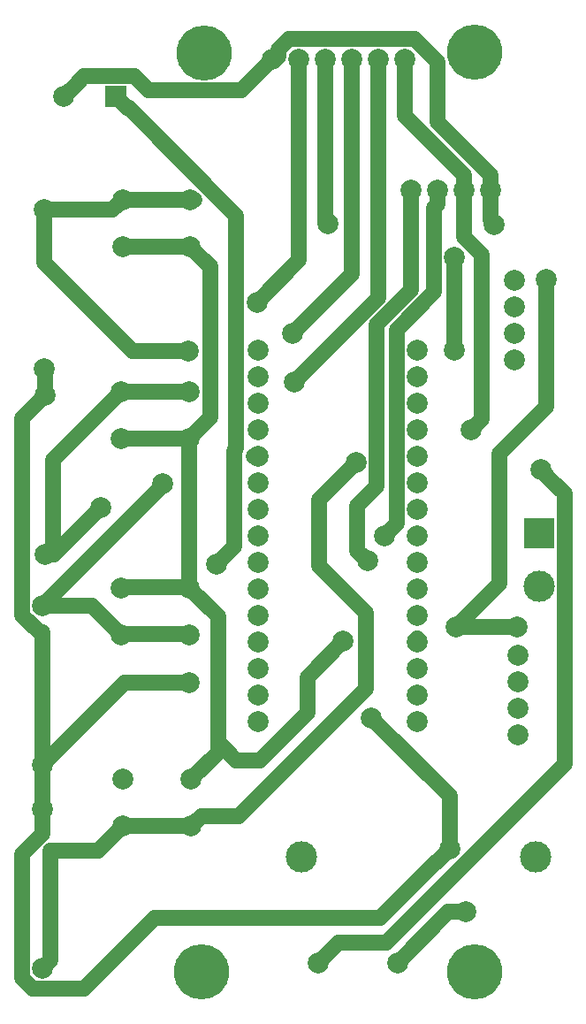
<source format=gbr>
G04 #@! TF.GenerationSoftware,KiCad,Pcbnew,(5.1.4)-1*
G04 #@! TF.CreationDate,2021-04-19T09:57:21-05:00*
G04 #@! TF.ProjectId,compactacion,636f6d70-6163-4746-9163-696f6e2e6b69,rev?*
G04 #@! TF.SameCoordinates,Original*
G04 #@! TF.FileFunction,Copper,L1,Top*
G04 #@! TF.FilePolarity,Positive*
%FSLAX46Y46*%
G04 Gerber Fmt 4.6, Leading zero omitted, Abs format (unit mm)*
G04 Created by KiCad (PCBNEW (5.1.4)-1) date 2021-04-19 09:57:21*
%MOMM*%
%LPD*%
G04 APERTURE LIST*
%ADD10C,2.000000*%
%ADD11C,3.000000*%
%ADD12R,3.000000X3.000000*%
%ADD13R,2.000000X2.000000*%
%ADD14C,5.280000*%
%ADD15C,1.500000*%
G04 APERTURE END LIST*
D10*
X48200000Y61250000D03*
X48200000Y63790000D03*
X48200000Y66330000D03*
X48200000Y68870000D03*
X48500000Y32920000D03*
X48500000Y30380000D03*
X48500000Y27840000D03*
X48500000Y25300000D03*
D11*
X27750000Y13650000D03*
X50250000Y13650000D03*
D10*
X45900000Y77500000D03*
X43360000Y77500000D03*
X40820000Y77500000D03*
X38280000Y77500000D03*
X23600000Y26600000D03*
X38840000Y59620000D03*
X23600000Y29140000D03*
X38840000Y57080000D03*
X23600000Y31680000D03*
X38840000Y54540000D03*
X23600000Y34220000D03*
X38840000Y52000000D03*
X23600000Y36760000D03*
X38840000Y49460000D03*
X23600000Y39300000D03*
X38840000Y46920000D03*
X23600000Y41840000D03*
X38840000Y44380000D03*
X23600000Y44380000D03*
X38840000Y41840000D03*
X23600000Y46920000D03*
X38840000Y39300000D03*
X23600000Y49460000D03*
X38840000Y36760000D03*
X23600000Y52000000D03*
X38840000Y34220000D03*
X23600000Y54540000D03*
X38840000Y31680000D03*
X23600000Y57080000D03*
X38840000Y29140000D03*
X23600000Y59620000D03*
X38840000Y26600000D03*
X23600000Y62160000D03*
X38840000Y62160000D03*
D12*
X50550000Y44600000D03*
D11*
X50550000Y39520000D03*
D10*
X3200000Y57790000D03*
X3200000Y42550000D03*
X3000000Y37700000D03*
X3000000Y22460000D03*
X2950000Y18200000D03*
X2950000Y2960000D03*
X29400000Y3500000D03*
X37020000Y3500000D03*
D13*
X10000000Y86400000D03*
D10*
X5000000Y86400000D03*
X3150000Y75600000D03*
X3150000Y60360000D03*
X17150000Y76550000D03*
X17150000Y72050000D03*
X10650000Y76550000D03*
X10650000Y72050000D03*
X10550000Y53700000D03*
X10550000Y58200000D03*
X17050000Y53700000D03*
X17050000Y58200000D03*
X10550000Y34900000D03*
X10550000Y39400000D03*
X17050000Y34900000D03*
X17050000Y39400000D03*
X17200000Y21050000D03*
X17200000Y16550000D03*
X10700000Y21050000D03*
X10700000Y16550000D03*
X25000000Y90000000D03*
X27540000Y90000000D03*
X30080000Y90000000D03*
X32620000Y90000000D03*
X35160000Y90000000D03*
X37700000Y90000000D03*
D14*
X44400000Y2600000D03*
X18250000Y2650000D03*
X18450000Y90600000D03*
X44400000Y90700000D03*
D10*
X34500000Y26950000D03*
X42000000Y14400000D03*
X17050000Y30300000D03*
X46250000Y74200000D03*
X35700000Y44350000D03*
X34100000Y41950000D03*
X8600000Y47100000D03*
X31800000Y34250000D03*
X51250000Y68900000D03*
X42600000Y35650000D03*
X48450000Y35650000D03*
X27100000Y59100000D03*
X26950000Y63750000D03*
X44050000Y54500000D03*
X23550000Y66750000D03*
X42450000Y71000000D03*
X30300000Y74250000D03*
X42450000Y62150000D03*
X43500000Y8350000D03*
X14500000Y49350000D03*
X16950000Y62050000D03*
X33050000Y51400000D03*
X19650000Y41650000D03*
X50700000Y50700000D03*
D15*
X2950000Y22410000D02*
X3000000Y22460000D01*
X2950000Y18200000D02*
X2950000Y22410000D01*
X3200000Y60310000D02*
X3150000Y60360000D01*
X3200000Y57790000D02*
X3200000Y60310000D01*
X2400001Y56990001D02*
X3200000Y57790000D01*
X1249999Y55839999D02*
X2400001Y56990001D01*
X3000000Y22460000D02*
X3000000Y35109998D01*
X46050000Y77350000D02*
X45900000Y77500000D01*
X2200001Y56790001D02*
X3200000Y57790000D01*
X1049999Y55639999D02*
X2200001Y56790001D01*
X1049999Y36763999D02*
X1049999Y55639999D01*
X2704000Y35109998D02*
X1049999Y36763999D01*
X3000000Y35109998D02*
X2704000Y35109998D01*
X5999999Y87399999D02*
X5000000Y86400000D01*
X6950001Y88350001D02*
X5999999Y87399999D01*
X11760001Y88350001D02*
X6950001Y88350001D01*
X13100003Y87009999D02*
X11760001Y88350001D01*
X22009999Y87009999D02*
X13100003Y87009999D01*
X25000000Y90000000D02*
X22009999Y87009999D01*
X45900000Y78914213D02*
X45900000Y77500000D01*
X40809999Y84004214D02*
X45900000Y78914213D01*
X40809999Y89776003D02*
X40809999Y84004214D01*
X38636001Y91950001D02*
X40809999Y89776003D01*
X26603999Y91950001D02*
X38636001Y91950001D01*
X25589999Y90936001D02*
X26603999Y91950001D01*
X25589999Y90289999D02*
X25589999Y90936001D01*
X25300000Y90000000D02*
X25589999Y90289999D01*
X25000000Y90000000D02*
X25300000Y90000000D01*
X45900000Y74550000D02*
X46250000Y74200000D01*
X45900000Y77500000D02*
X45900000Y74550000D01*
X10840000Y30300000D02*
X3000000Y22460000D01*
X17050000Y30300000D02*
X10840000Y30300000D01*
X2013999Y1009999D02*
X6959999Y1009999D01*
X999999Y2023999D02*
X2013999Y1009999D01*
X999999Y13854176D02*
X999999Y2023999D01*
X2950000Y18200000D02*
X2950000Y15804177D01*
X2950000Y15804177D02*
X999999Y13854176D01*
X6959999Y1009999D02*
X13700000Y7750000D01*
X13700000Y7750000D02*
X35300000Y7750000D01*
X40650001Y13100001D02*
X35300000Y7750000D01*
X40700001Y13100001D02*
X40650001Y13100001D01*
X42000000Y14400000D02*
X40700001Y13100001D01*
X42000000Y19450000D02*
X34500000Y26950000D01*
X42000000Y14400000D02*
X42000000Y19450000D01*
X40820000Y76085787D02*
X40820000Y77500000D01*
X40499999Y75765786D02*
X40820000Y76085787D01*
X40499999Y67691646D02*
X40499999Y75765786D01*
X36889999Y64081646D02*
X40499999Y67691646D01*
X36889999Y45539999D02*
X36889999Y64081646D01*
X35700000Y44350000D02*
X36889999Y45539999D01*
X33100001Y42949999D02*
X34100000Y41950000D01*
X33100001Y47200001D02*
X33100001Y42949999D01*
X35000001Y49100001D02*
X33100001Y47200001D01*
X35000001Y64595824D02*
X35000001Y49100001D01*
X38280000Y67875823D02*
X35000001Y64595824D01*
X38280000Y77500000D02*
X38280000Y67875823D01*
X9550001Y57200001D02*
X10550000Y58200000D01*
X3999999Y51649999D02*
X9550001Y57200001D01*
X3999999Y43349999D02*
X3999999Y51649999D01*
X3200000Y42550000D02*
X3999999Y43349999D01*
X10550000Y58200000D02*
X17050000Y58200000D01*
X23600000Y52000000D02*
X23250000Y52000000D01*
X4050000Y42550000D02*
X8600000Y47100000D01*
X3200000Y42550000D02*
X4050000Y42550000D01*
X17000000Y39450000D02*
X10500000Y39450000D01*
X10550000Y53700000D02*
X17050000Y53700000D01*
X10650000Y72050000D02*
X17150000Y72050000D01*
X38840000Y34220000D02*
X38840000Y34540000D01*
X42600000Y35650000D02*
X48450000Y35650000D01*
X46750009Y39800009D02*
X42600000Y35650000D01*
X46750009Y52250009D02*
X46750009Y39800009D01*
X51250000Y56750000D02*
X48975000Y54475000D01*
X51250000Y68900000D02*
X51250000Y56750000D01*
X48975000Y54475000D02*
X46750009Y52250009D01*
X19800000Y30735787D02*
X19800000Y24600000D01*
X21550000Y22850000D02*
X23800000Y22850000D01*
X19800000Y24600000D02*
X21550000Y22850000D01*
X23800000Y22850000D02*
X28400000Y27450000D01*
X28400000Y30850000D02*
X31800000Y34250000D01*
X28400000Y27450000D02*
X28400000Y30850000D01*
X19800000Y23650000D02*
X19800000Y24600000D01*
X17200000Y21050000D02*
X19800000Y23650000D01*
X19800000Y36650000D02*
X19800000Y30735787D01*
X17050000Y39400000D02*
X19800000Y36650000D01*
X17050000Y39400000D02*
X17050000Y53700000D01*
X18149999Y71050001D02*
X17150000Y72050000D01*
X19050000Y70150000D02*
X18149999Y71050001D01*
X19050000Y55700000D02*
X19050000Y70150000D01*
X17050000Y53700000D02*
X19050000Y55700000D01*
X35160000Y67160000D02*
X35160000Y90000000D01*
X27100000Y59100000D02*
X35160000Y67160000D01*
X32620000Y69420000D02*
X32620000Y90000000D01*
X26950000Y63750000D02*
X32620000Y69420000D01*
X37700000Y88585787D02*
X37700000Y90000000D01*
X37700000Y84574213D02*
X37700000Y88585787D01*
X43360000Y78914213D02*
X37700000Y84574213D01*
X43360000Y77500000D02*
X43360000Y78914213D01*
X45049999Y55499999D02*
X44050000Y54500000D01*
X45049999Y71286003D02*
X45049999Y55499999D01*
X43360000Y72976002D02*
X45049999Y71286003D01*
X43360000Y77500000D02*
X43360000Y72976002D01*
X27540000Y70740000D02*
X23550000Y66750000D01*
X27540000Y90000000D02*
X27540000Y70740000D01*
X30080000Y74470000D02*
X30300000Y74250000D01*
X30080000Y90000000D02*
X30080000Y74470000D01*
X42450000Y71000000D02*
X42450000Y62150000D01*
X41870000Y8350000D02*
X37020000Y3500000D01*
X43500000Y8350000D02*
X41870000Y8350000D01*
X10500000Y34950000D02*
X17000000Y34950000D01*
X7750000Y37700000D02*
X10550000Y34900000D01*
X3000000Y37700000D02*
X7750000Y37700000D01*
X14500000Y49200000D02*
X14500000Y49350000D01*
X3000000Y37700000D02*
X14500000Y49200000D01*
X9700000Y75600000D02*
X10650000Y76550000D01*
X3150000Y75600000D02*
X9700000Y75600000D01*
X10650000Y76550000D02*
X17500000Y76550000D01*
X16950000Y62050000D02*
X11650000Y62050000D01*
X3150000Y70550000D02*
X3150000Y75600000D01*
X11650000Y62050000D02*
X3150000Y70550000D01*
X10650000Y16600000D02*
X17150000Y16600000D01*
X3749999Y3759999D02*
X3749999Y14199999D01*
X2950000Y2960000D02*
X3749999Y3759999D01*
X29500000Y47850000D02*
X33050000Y51400000D01*
X29500000Y41500000D02*
X29500000Y47850000D01*
X34000000Y37000000D02*
X29500000Y41500000D01*
X34000000Y29750000D02*
X34000000Y37000000D01*
X8349999Y14199999D02*
X10700000Y16550000D01*
X3749999Y14199999D02*
X8349999Y14199999D01*
X21799999Y17549999D02*
X26225000Y21975000D01*
X18199999Y17549999D02*
X21799999Y17549999D01*
X17200000Y16550000D02*
X18199999Y17549999D01*
X25350000Y21100000D02*
X26225000Y21975000D01*
X26225000Y21975000D02*
X34000000Y29750000D01*
X21350001Y43350001D02*
X20649999Y42649999D01*
X21350001Y52504178D02*
X21350001Y43350001D01*
X21550009Y75035993D02*
X21550009Y52704186D01*
X20649999Y42649999D02*
X19650000Y41650000D01*
X11276013Y85309989D02*
X21550009Y75035993D01*
X21550009Y52704186D02*
X21350001Y52504178D01*
X11090011Y85309989D02*
X11276013Y85309989D01*
X10000000Y86400000D02*
X11090011Y85309989D01*
X51699999Y49700001D02*
X50700000Y50700000D01*
X53000001Y48399999D02*
X51699999Y49700001D01*
X53000001Y22513999D02*
X53000001Y48399999D01*
X35936003Y5450001D02*
X53000001Y22513999D01*
X31350001Y5450001D02*
X35936003Y5450001D01*
X29400000Y3500000D02*
X31350001Y5450001D01*
M02*

</source>
